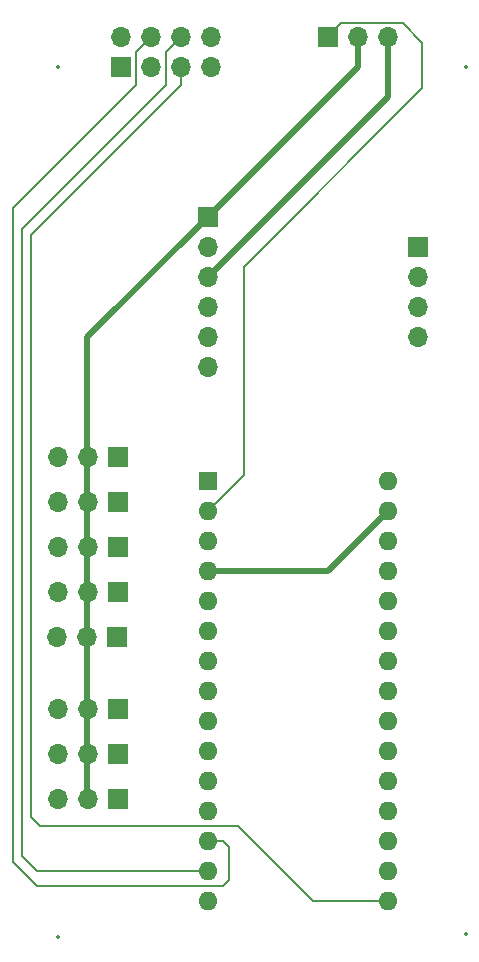
<source format=gbl>
%TF.GenerationSoftware,KiCad,Pcbnew,8.0.5-1.fc40*%
%TF.CreationDate,2024-11-02T20:46:04+01:00*%
%TF.ProjectId,PlaneController,506c616e-6543-46f6-9e74-726f6c6c6572,rev?*%
%TF.SameCoordinates,Original*%
%TF.FileFunction,Copper,L2,Bot*%
%TF.FilePolarity,Positive*%
%FSLAX46Y46*%
G04 Gerber Fmt 4.6, Leading zero omitted, Abs format (unit mm)*
G04 Created by KiCad (PCBNEW 8.0.5-1.fc40) date 2024-11-02 20:46:04*
%MOMM*%
%LPD*%
G01*
G04 APERTURE LIST*
%TA.AperFunction,ComponentPad*%
%ADD10R,1.700000X1.700000*%
%TD*%
%TA.AperFunction,ComponentPad*%
%ADD11O,1.700000X1.700000*%
%TD*%
%TA.AperFunction,ComponentPad*%
%ADD12R,1.600000X1.600000*%
%TD*%
%TA.AperFunction,ComponentPad*%
%ADD13O,1.600000X1.600000*%
%TD*%
%TA.AperFunction,Conductor*%
%ADD14C,0.500000*%
%TD*%
%TA.AperFunction,Conductor*%
%ADD15C,0.200000*%
%TD*%
%ADD16C,0.350000*%
G04 APERTURE END LIST*
D10*
%TO.P,J7,1,Pin_1*%
%TO.N,Net-(A1-D9)*%
X96520000Y-94996000D03*
D11*
%TO.P,J7,2,Pin_2*%
%TO.N,Net-(A1-+5V)*%
X93980000Y-94996000D03*
%TO.P,J7,3,Pin_3*%
%TO.N,/GND*%
X91440000Y-94996000D03*
%TD*%
D12*
%TO.P,A1,1,TX1*%
%TO.N,unconnected-(A1-TX1-Pad1)*%
X104150000Y-68072000D03*
D13*
%TO.P,A1,2,RX1*%
%TO.N,Net-(A1-RX1)*%
X104150000Y-70612000D03*
%TO.P,A1,3,~{RESET}*%
%TO.N,unconnected-(A1-~{RESET}-Pad3)*%
X104150000Y-73152000D03*
%TO.P,A1,4,GND*%
%TO.N,/GND*%
X104150000Y-75692000D03*
%TO.P,A1,5,D2*%
%TO.N,Net-(A1-D2)*%
X104150000Y-78232000D03*
%TO.P,A1,6,D3*%
%TO.N,Net-(A1-D3)*%
X104150000Y-80772000D03*
%TO.P,A1,7,D4*%
%TO.N,Net-(A1-D4)*%
X104150000Y-83312000D03*
%TO.P,A1,8,D5*%
%TO.N,Net-(A1-D5)*%
X104150000Y-85852000D03*
%TO.P,A1,9,D6*%
%TO.N,Net-(A1-D6)*%
X104150000Y-88392000D03*
%TO.P,A1,10,D7*%
%TO.N,Net-(A1-D7)*%
X104150000Y-90932000D03*
%TO.P,A1,11,D8*%
%TO.N,Net-(A1-D8)*%
X104150000Y-93472000D03*
%TO.P,A1,12,D9*%
%TO.N,Net-(A1-D9)*%
X104150000Y-96012000D03*
%TO.P,A1,13,D10*%
%TO.N,/CSN*%
X104150000Y-98552000D03*
%TO.P,A1,14,MOSI*%
%TO.N,/MOSI*%
X104150000Y-101092000D03*
%TO.P,A1,15,MISO*%
%TO.N,/MISO*%
X104150000Y-103632000D03*
%TO.P,A1,16,SCK*%
%TO.N,/SCK*%
X119390000Y-103632000D03*
%TO.P,A1,17,3V3*%
%TO.N,/3.3V*%
X119390000Y-101092000D03*
%TO.P,A1,18,AREF*%
%TO.N,unconnected-(A1-AREF-Pad18)*%
X119390000Y-98552000D03*
%TO.P,A1,19,A0*%
%TO.N,unconnected-(A1-A0-Pad19)*%
X119390000Y-96012000D03*
%TO.P,A1,20,A1*%
%TO.N,unconnected-(A1-A1-Pad20)*%
X119390000Y-93472000D03*
%TO.P,A1,21,A2*%
%TO.N,unconnected-(A1-A2-Pad21)*%
X119390000Y-90932000D03*
%TO.P,A1,22,A3*%
%TO.N,unconnected-(A1-A3-Pad22)*%
X119390000Y-88392000D03*
%TO.P,A1,23,SDA/A4*%
%TO.N,Net-(A1-SDA{slash}A4)*%
X119390000Y-85852000D03*
%TO.P,A1,24,SCL/A5*%
%TO.N,Net-(A1-SCL{slash}A5)*%
X119390000Y-83312000D03*
%TO.P,A1,25,A6*%
%TO.N,unconnected-(A1-A6-Pad25)*%
X119390000Y-80772000D03*
%TO.P,A1,26,A7*%
%TO.N,unconnected-(A1-A7-Pad26)*%
X119390000Y-78232000D03*
%TO.P,A1,27,+5V*%
%TO.N,Net-(A1-+5V)*%
X119390000Y-75692000D03*
%TO.P,A1,28,~{RESET}*%
%TO.N,unconnected-(A1-~{RESET}-Pad28)*%
X119390000Y-73152000D03*
%TO.P,A1,29,GND*%
%TO.N,/GND*%
X119390000Y-70612000D03*
%TO.P,A1,30,VIN*%
%TO.N,unconnected-(A1-VIN-Pad30)*%
X119390000Y-68072000D03*
%TD*%
D10*
%TO.P,J2,1,Pin_1*%
%TO.N,unconnected-(J2-Pin_1-Pad1)*%
X121920000Y-48260000D03*
D11*
%TO.P,J2,2,Pin_2*%
%TO.N,unconnected-(J2-Pin_2-Pad2)*%
X121920000Y-50800000D03*
%TO.P,J2,3,Pin_3*%
%TO.N,unconnected-(J2-Pin_3-Pad3)*%
X121920000Y-53340000D03*
%TO.P,J2,4,Pin_4*%
%TO.N,unconnected-(J2-Pin_4-Pad4)*%
X121920000Y-55880000D03*
%TD*%
D10*
%TO.P,J5,1,Pin_1*%
%TO.N,Net-(A1-D7)*%
X96520000Y-87376000D03*
D11*
%TO.P,J5,2,Pin_2*%
%TO.N,Net-(A1-+5V)*%
X93980000Y-87376000D03*
%TO.P,J5,3,Pin_3*%
%TO.N,/GND*%
X91440000Y-87376000D03*
%TD*%
D10*
%TO.P,M2,1,PWM*%
%TO.N,Net-(A1-D3)*%
X96520000Y-69850000D03*
D11*
%TO.P,M2,2,+*%
%TO.N,Net-(A1-+5V)*%
X93980000Y-69850000D03*
%TO.P,M2,3,-*%
%TO.N,/GND*%
X91440000Y-69850000D03*
%TD*%
D10*
%TO.P,M1,1,PWM*%
%TO.N,Net-(A1-D2)*%
X96520000Y-66040000D03*
D11*
%TO.P,M1,2,+*%
%TO.N,Net-(A1-+5V)*%
X93980000Y-66040000D03*
%TO.P,M1,3,-*%
%TO.N,/GND*%
X91440000Y-66040000D03*
%TD*%
D10*
%TO.P,M3,1,PWM*%
%TO.N,Net-(A1-D4)*%
X96520000Y-73660000D03*
D11*
%TO.P,M3,2,+*%
%TO.N,Net-(A1-+5V)*%
X93980000Y-73660000D03*
%TO.P,M3,3,-*%
%TO.N,/GND*%
X91440000Y-73660000D03*
%TD*%
D10*
%TO.P,M5,1,PWM*%
%TO.N,Net-(A1-D6)*%
X96505000Y-81280000D03*
D11*
%TO.P,M5,2,+*%
%TO.N,Net-(A1-+5V)*%
X93965000Y-81280000D03*
%TO.P,M5,3,-*%
%TO.N,/GND*%
X91425000Y-81280000D03*
%TD*%
D10*
%TO.P,J6,1,Pin_1*%
%TO.N,Net-(A1-D8)*%
X96520000Y-91186000D03*
D11*
%TO.P,J6,2,Pin_2*%
%TO.N,Net-(A1-+5V)*%
X93980000Y-91186000D03*
%TO.P,J6,3,Pin_3*%
%TO.N,/GND*%
X91440000Y-91186000D03*
%TD*%
D10*
%TO.P,M4,1,PWM*%
%TO.N,Net-(A1-D5)*%
X96520000Y-77470000D03*
D11*
%TO.P,M4,2,+*%
%TO.N,Net-(A1-+5V)*%
X93980000Y-77470000D03*
%TO.P,M4,3,-*%
%TO.N,/GND*%
X91440000Y-77470000D03*
%TD*%
D10*
%TO.P,J3,1,Pin_1*%
%TO.N,Net-(A1-RX1)*%
X114300000Y-30480000D03*
D11*
%TO.P,J3,2,Pin_2*%
%TO.N,Net-(A1-+5V)*%
X116840000Y-30480000D03*
%TO.P,J3,3,Pin_3*%
%TO.N,/GND*%
X119380000Y-30480000D03*
%TD*%
D10*
%TO.P,J1,1,Pin_1*%
%TO.N,Net-(A1-+5V)*%
X104140000Y-45720000D03*
D11*
%TO.P,J1,2,Pin_2*%
%TO.N,unconnected-(J1-Pin_2-Pad2)*%
X104140000Y-48260000D03*
%TO.P,J1,3,Pin_3*%
%TO.N,/GND*%
X104140000Y-50800000D03*
%TO.P,J1,4,Pin_4*%
%TO.N,Net-(A1-SDA{slash}A4)*%
X104140000Y-53340000D03*
%TO.P,J1,5,Pin_5*%
%TO.N,Net-(A1-SCL{slash}A5)*%
X104140000Y-55880000D03*
%TO.P,J1,6,Pin_6*%
%TO.N,unconnected-(J1-Pin_6-Pad6)*%
X104140000Y-58420000D03*
%TD*%
D10*
%TO.P,J4,1,Pin_1*%
%TO.N,/GND*%
X96774000Y-33020000D03*
D11*
%TO.P,J4,2,Pin_2*%
%TO.N,/3.3V*%
X96774000Y-30480000D03*
%TO.P,J4,3,Pin_3*%
%TO.N,/GD01*%
X99314000Y-33020000D03*
%TO.P,J4,4,Pin_4*%
%TO.N,/CSN*%
X99314000Y-30480000D03*
%TO.P,J4,5,Pin_5*%
%TO.N,/SCK*%
X101854000Y-33020000D03*
%TO.P,J4,6,Pin_6*%
%TO.N,/MOSI*%
X101854000Y-30480000D03*
%TO.P,J4,7,Pin_7*%
%TO.N,/MISO*%
X104394000Y-33020000D03*
%TO.P,J4,8,Pin_8*%
%TO.N,/GDO2*%
X104394000Y-30480000D03*
%TD*%
D14*
%TO.N,/GND*%
X114310000Y-75692000D02*
X119390000Y-70612000D01*
X104140000Y-50800000D02*
X119380000Y-35560000D01*
X119380000Y-35560000D02*
X119380000Y-30480000D01*
X104150000Y-75692000D02*
X114310000Y-75692000D01*
%TO.N,Net-(A1-+5V)*%
X93965000Y-55895000D02*
X93965000Y-81280000D01*
X116840000Y-33020000D02*
X114300000Y-35560000D01*
X104140000Y-45720000D02*
X93965000Y-55895000D01*
X93965000Y-81280000D02*
X93965000Y-94981000D01*
X93965000Y-94981000D02*
X93980000Y-94996000D01*
X116840000Y-30480000D02*
X116840000Y-33020000D01*
X114300000Y-35560000D02*
X104140000Y-45720000D01*
D15*
%TO.N,Net-(A1-RX1)*%
X115450000Y-29330000D02*
X120650909Y-29330000D01*
X114300000Y-30480000D02*
X115450000Y-29330000D01*
X122308909Y-30988000D02*
X122308909Y-34798000D01*
X120650909Y-29330000D02*
X122308909Y-30988000D01*
X107188000Y-49918909D02*
X107188000Y-67574000D01*
X107188000Y-67574000D02*
X104150000Y-70612000D01*
X122308909Y-34798000D02*
X107188000Y-49918909D01*
%TO.N,/CSN*%
X89662000Y-102362000D02*
X87630000Y-100330000D01*
X105410000Y-102362000D02*
X89662000Y-102362000D01*
X87630000Y-100330000D02*
X87630000Y-44958000D01*
X104150000Y-98552000D02*
X105410000Y-98552000D01*
X87630000Y-44958000D02*
X98044000Y-34544000D01*
X98044000Y-31750000D02*
X99314000Y-30480000D01*
X105918000Y-99060000D02*
X105918000Y-101854000D01*
X105918000Y-101854000D02*
X105410000Y-102362000D01*
X98044000Y-34544000D02*
X98044000Y-31750000D01*
X105410000Y-98552000D02*
X105918000Y-99060000D01*
%TO.N,/MOSI*%
X100584000Y-31750000D02*
X100584000Y-34544000D01*
X88392000Y-99822000D02*
X89662000Y-101092000D01*
X101854000Y-30480000D02*
X100584000Y-31750000D01*
X101600000Y-30734000D02*
X101346000Y-30988000D01*
X89662000Y-101092000D02*
X104150000Y-101092000D01*
X100584000Y-34544000D02*
X88392000Y-46736000D01*
X88392000Y-46736000D02*
X88392000Y-99822000D01*
%TO.N,/SCK*%
X106685000Y-97282000D02*
X89916000Y-97282000D01*
X113035000Y-103632000D02*
X106685000Y-97282000D01*
X119390000Y-103632000D02*
X113035000Y-103632000D01*
X89154000Y-96520000D02*
X89154000Y-47244000D01*
X101854000Y-34544000D02*
X101854000Y-33020000D01*
X89154000Y-47244000D02*
X101854000Y-34544000D01*
X89916000Y-97282000D02*
X89154000Y-96520000D01*
%TD*%
D16*
X96520000Y-94996000D03*
X93980000Y-94996000D03*
X91440000Y-94996000D03*
X104150000Y-68072000D03*
X104150000Y-70612000D03*
X104150000Y-73152000D03*
X104150000Y-75692000D03*
X104150000Y-78232000D03*
X104150000Y-80772000D03*
X104150000Y-83312000D03*
X104150000Y-85852000D03*
X104150000Y-88392000D03*
X104150000Y-90932000D03*
X104150000Y-93472000D03*
X104150000Y-96012000D03*
X104150000Y-98552000D03*
X104150000Y-101092000D03*
X104150000Y-103632000D03*
X119390000Y-103632000D03*
X119390000Y-101092000D03*
X119390000Y-98552000D03*
X119390000Y-96012000D03*
X119390000Y-93472000D03*
X119390000Y-90932000D03*
X119390000Y-88392000D03*
X119390000Y-85852000D03*
X119390000Y-83312000D03*
X119390000Y-80772000D03*
X119390000Y-78232000D03*
X119390000Y-75692000D03*
X119390000Y-73152000D03*
X119390000Y-70612000D03*
X119390000Y-68072000D03*
X121920000Y-48260000D03*
X121920000Y-50800000D03*
X121920000Y-53340000D03*
X121920000Y-55880000D03*
X91440000Y-33020000D03*
X91440000Y-106680000D03*
X96520000Y-87376000D03*
X93980000Y-87376000D03*
X91440000Y-87376000D03*
X96520000Y-69850000D03*
X93980000Y-69850000D03*
X91440000Y-69850000D03*
X96520000Y-66040000D03*
X93980000Y-66040000D03*
X91440000Y-66040000D03*
X96520000Y-73660000D03*
X93980000Y-73660000D03*
X91440000Y-73660000D03*
X96505000Y-81280000D03*
X93965000Y-81280000D03*
X91425000Y-81280000D03*
X96520000Y-91186000D03*
X93980000Y-91186000D03*
X91440000Y-91186000D03*
X96520000Y-77470000D03*
X93980000Y-77470000D03*
X91440000Y-77470000D03*
X125984000Y-33020000D03*
X125984000Y-106426000D03*
X114300000Y-30480000D03*
X116840000Y-30480000D03*
X119380000Y-30480000D03*
X104140000Y-45720000D03*
X104140000Y-48260000D03*
X104140000Y-50800000D03*
X104140000Y-53340000D03*
X104140000Y-55880000D03*
X104140000Y-58420000D03*
X96774000Y-33020000D03*
X96774000Y-30480000D03*
X99314000Y-33020000D03*
X99314000Y-30480000D03*
X101854000Y-33020000D03*
X101854000Y-30480000D03*
X104394000Y-33020000D03*
X104394000Y-30480000D03*
M02*

</source>
